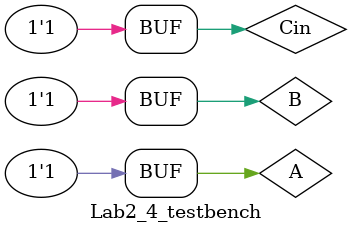
<source format=v>
`timescale 1ns / 1ps


module Lab2_4 (S, Cout, A, B, Cin);
output S;
output Cout;
input A;
input B;
input Cin;

wire X,Y,Z;
xor #10 (X, A, B);
xor #10 (S, X, Cin);
and #10 (Y, Cin, X);
and #10 (Z, A, B);
or #10 (Cout, Y, Z);

endmodule

module Lab2_4_testbench;

    wire Cout,S;
    reg A,B,Cin;

    Lab2_4 dut(S, Cout, A, B, Cin);
    
    initial begin
    
    A = 1'b0; B = 1'b0; Cin = 1'b0;
    #100;
    A = 1'b0; B = 1'b0; Cin = 1'b1;
    #100;
    A = 1'b0; B = 1'b1; Cin = 1'b0;
    #100;
    A = 1'b0; B = 1'b1; Cin = 1'b1;
    #100;
    A = 1'b1; B = 1'b0; Cin = 1'b0;
    #100;
    A = 1'b1; B = 1'b0; Cin = 1'b1;
    #100
    A = 1'b1; B = 1'b1; Cin = 1'b0;
    #100
    A = 1'b1; B = 1'b1; Cin = 1'b1;
    
    
    
        
        
end
endmodule

</source>
